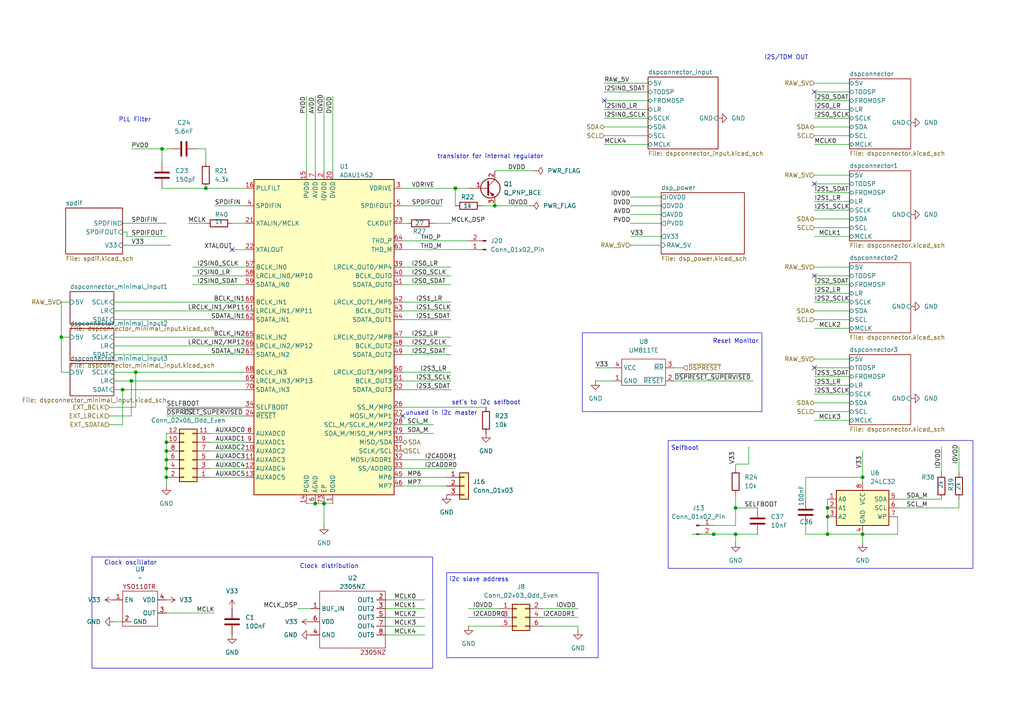
<source format=kicad_sch>
(kicad_sch (version 20231120) (generator "eeschema") (generator_version "8.0")
  (paper "A4")
  (lib_symbols
    (symbol "Connector:Conn_01x02_Pin" (pin_names (offset 1.016) hide)
      (property "Reference" "J" (at 0 2.54 0))
      (property "Value" "Conn_01x02_Pin" (at 0 -5.08 0))
      (symbol "Conn_01x02_Pin_1_1"
        (polyline (pts (xy 1.27 -2.54) (xy 0.8636 -2.54)) (stroke (width 0.1524)))
        (polyline (pts (xy 1.27 0) (xy 0.8636 0)) (stroke (width 0.1524)))
        (rectangle (start 0.8636 -2.413) (end 0 -2.667) (stroke (width 0.1524)) (fill (type outline)))
        (rectangle (start 0.8636 0.127) (end 0 -0.127) (stroke (width 0.1524)) (fill (type outline)))
        (pin passive line (at 5.08 0 180) (length 3.81) (name "Pin_1") (number "1"))
        (pin passive line (at 5.08 -2.54 180) (length 3.81) (name "Pin_2") (number "2"))
      )
    )
    (symbol "Connector_Generic:Conn_01x03" (pin_names (offset 1.016) hide)
      (property "Reference" "J" (at 0 5.08 0))
      (property "Value" "Conn_01x03" (at 0 -5.08 0))
      (symbol "Conn_01x03_1_1"
        (rectangle (start -1.27 -2.413) (end 0 -2.667) (stroke (width 0.1524)))
        (rectangle (start -1.27 0.127) (end 0 -0.127) (stroke (width 0.1524)))
        (rectangle (start -1.27 2.667) (end 0 2.413) (stroke (width 0.1524)))
        (rectangle (start -1.27 3.81) (end 1.27 -3.81) (stroke (width 0.254)) (fill (type background)))
        (pin passive line (at -5.08 2.54 0) (length 3.81) (name "Pin_1") (number "1"))
        (pin passive line (at -5.08 0 0) (length 3.81) (name "Pin_2") (number "2"))
        (pin passive line (at -5.08 -2.54 0) (length 3.81) (name "Pin_3") (number "3"))
      )
    )
    (symbol "Connector_Generic:Conn_02x03_Odd_Even" (pin_names (offset 1.016) hide)
      (property "Reference" "J" (at 1.27 5.08 0))
      (property "Value" "Conn_02x03_Odd_Even" (at 1.27 -5.08 0))
      (symbol "Conn_02x03_Odd_Even_1_1"
        (rectangle (start -1.27 -2.413) (end 0 -2.667) (stroke (width 0.1524)))
        (rectangle (start -1.27 0.127) (end 0 -0.127) (stroke (width 0.1524)))
        (rectangle (start -1.27 2.667) (end 0 2.413) (stroke (width 0.1524)))
        (rectangle (start -1.27 3.81) (end 3.81 -3.81) (stroke (width 0.254)) (fill (type background)))
        (rectangle (start 3.81 -2.413) (end 2.54 -2.667) (stroke (width 0.1524)))
        (rectangle (start 3.81 0.127) (end 2.54 -0.127) (stroke (width 0.1524)))
        (rectangle (start 3.81 2.667) (end 2.54 2.413) (stroke (width 0.1524)))
        (pin passive line (at -5.08 2.54 0) (length 3.81) (name "Pin_1") (number "1"))
        (pin passive line (at 7.62 2.54 180) (length 3.81) (name "Pin_2") (number "2"))
        (pin passive line (at -5.08 0 0) (length 3.81) (name "Pin_3") (number "3"))
        (pin passive line (at 7.62 0 180) (length 3.81) (name "Pin_4") (number "4"))
        (pin passive line (at -5.08 -2.54 0) (length 3.81) (name "Pin_5") (number "5"))
        (pin passive line (at 7.62 -2.54 180) (length 3.81) (name "Pin_6") (number "6"))
      )
    )
    (symbol "Connector_Generic:Conn_02x06_Odd_Even" (pin_names (offset 1.016) hide)
      (property "Reference" "J" (at 1.27 7.62 0))
      (property "Value" "Conn_02x06_Odd_Even" (at 1.27 -10.16 0))
      (symbol "Conn_02x06_Odd_Even_1_1"
        (rectangle (start -1.27 -7.493) (end 0 -7.747) (stroke (width 0.1524)))
        (rectangle (start -1.27 -4.953) (end 0 -5.207) (stroke (width 0.1524)))
        (rectangle (start -1.27 -2.413) (end 0 -2.667) (stroke (width 0.1524)))
        (rectangle (start -1.27 0.127) (end 0 -0.127) (stroke (width 0.1524)))
        (rectangle (start -1.27 2.667) (end 0 2.413) (stroke (width 0.1524)))
        (rectangle (start -1.27 5.207) (end 0 4.953) (stroke (width 0.1524)))
        (rectangle (start -1.27 6.35) (end 3.81 -8.89) (stroke (width 0.254)) (fill (type background)))
        (rectangle (start 3.81 -7.493) (end 2.54 -7.747) (stroke (width 0.1524)))
        (rectangle (start 3.81 -4.953) (end 2.54 -5.207) (stroke (width 0.1524)))
        (rectangle (start 3.81 -2.413) (end 2.54 -2.667) (stroke (width 0.1524)))
        (rectangle (start 3.81 0.127) (end 2.54 -0.127) (stroke (width 0.1524)))
        (rectangle (start 3.81 2.667) (end 2.54 2.413) (stroke (width 0.1524)))
        (rectangle (start 3.81 5.207) (end 2.54 4.953) (stroke (width 0.1524)))
        (pin passive line (at -5.08 5.08 0) (length 3.81) (name "Pin_1") (number "1"))
        (pin passive line (at 7.62 -5.08 180) (length 3.81) (name "Pin_10") (number "10"))
        (pin passive line (at -5.08 -7.62 0) (length 3.81) (name "Pin_11") (number "11"))
        (pin passive line (at 7.62 -7.62 180) (length 3.81) (name "Pin_12") (number "12"))
        (pin passive line (at 7.62 5.08 180) (length 3.81) (name "Pin_2") (number "2"))
        (pin passive line (at -5.08 2.54 0) (length 3.81) (name "Pin_3") (number "3"))
        (pin passive line (at 7.62 2.54 180) (length 3.81) (name "Pin_4") (number "4"))
        (pin passive line (at -5.08 0 0) (length 3.81) (name "Pin_5") (number "5"))
        (pin passive line (at 7.62 0 180) (length 3.81) (name "Pin_6") (number "6"))
        (pin passive line (at -5.08 -2.54 0) (length 3.81) (name "Pin_7") (number "7"))
        (pin passive line (at 7.62 -2.54 180) (length 3.81) (name "Pin_8") (number "8"))
        (pin passive line (at -5.08 -5.08 0) (length 3.81) (name "Pin_9") (number "9"))
      )
    )
    (symbol "DSP_AnalogDevices:ADAU1452"
      (property "Reference" "U" (at -17.78 46.99 0))
      (property "Value" "ADAU1452" (at 15.24 46.99 0))
      (symbol "ADAU1452_0_1"
        (rectangle (start -20.32 45.72) (end 20.32 -45.72) (stroke (width 0.254)) (fill (type background)))
      )
      (symbol "ADAU1452_1_1"
        (pin power_in line (at 2.54 -48.26 90) (length 2.54) (name "DGND") (number "1"))
        (pin input line (at -22.86 -33.02 0) (length 2.54) (name "AUXADC2") (number "10"))
        (pin input line (at -22.86 -35.56 0) (length 2.54) (name "AUXADC3") (number "11"))
        (pin input line (at -22.86 -38.1 0) (length 2.54) (name "AUXADC4") (number "12"))
        (pin input line (at -22.86 -40.64 0) (length 2.54) (name "AUXADC5") (number "13"))
        (pin power_in line (at -5.08 -48.26 90) (length 2.54) (name "PGND") (number "14"))
        (pin power_in line (at -5.08 48.26 270) (length 2.54) (name "PVDD") (number "15"))
        (pin passive line (at -22.86 43.18 0) (length 2.54) (name "PLLFILT") (number "16"))
        (pin passive line (at 2.54 -48.26 90) (length 2.54) hide (name "DGND") (number "17"))
        (pin passive line (at 0 48.26 270) (length 2.54) hide (name "IOVDD") (number "18"))
        (pin passive line (at 2.54 -48.26 90) (length 2.54) hide (name "DGND") (number "19"))
        (pin power_in line (at 0 48.26 270) (length 2.54) (name "IOVDD") (number "2"))
        (pin power_in line (at 2.54 48.26 270) (length 2.54) (name "DVDD") (number "20"))
        (pin input line (at -22.86 33.02 0) (length 2.54) (name "XTALIN/MCLK") (number "21"))
        (pin output line (at -22.86 25.4 0) (length 2.54) (name "XTALOUT") (number "22"))
        (pin output line (at 22.86 33.02 180) (length 2.54) (name "CLKOUT") (number "23"))
        (pin input line (at -22.86 -22.86 0) (length 2.54) (name "~{RESET}") (number "24"))
        (pin passive line (at 2.54 -48.26 90) (length 2.54) hide (name "DGND") (number "25"))
        (pin bidirectional line (at 22.86 -20.32 180) (length 2.54) (name "SS_M/MP0") (number "26"))
        (pin bidirectional line (at 22.86 -22.86 180) (length 2.54) (name "MOSI_M/MP1") (number "27"))
        (pin bidirectional line (at 22.86 -25.4 180) (length 2.54) (name "SCL_M/SCLK_M/MP2") (number "28"))
        (pin bidirectional line (at 22.86 -27.94 180) (length 2.54) (name "SDA_M/MISO_M/MP3") (number "29"))
        (pin output line (at 22.86 43.18 180) (length 2.54) (name "VDRIVE") (number "3"))
        (pin bidirectional line (at 22.86 -30.48 180) (length 2.54) (name "MISO/SDA") (number "30"))
        (pin input line (at 22.86 -33.02 180) (length 2.54) (name "SCLK/SCL") (number "31"))
        (pin input line (at 22.86 -35.56 180) (length 2.54) (name "MOSI/ADDR1") (number "32"))
        (pin input line (at 22.86 -38.1 180) (length 2.54) (name "SS/ADDR0") (number "33"))
        (pin input line (at -22.86 -20.32 0) (length 2.54) (name "SELFBOOT") (number "34"))
        (pin passive line (at 2.54 48.26 270) (length 2.54) hide (name "DVDD") (number "35"))
        (pin passive line (at 2.54 -48.26 90) (length 2.54) hide (name "DGND") (number "36"))
        (pin passive line (at 2.54 -48.26 90) (length 2.54) hide (name "DGND") (number "37"))
        (pin passive line (at 0 48.26 270) (length 2.54) hide (name "IOVDD") (number "38"))
        (pin bidirectional line (at 22.86 20.32 180) (length 2.54) (name "LRCLK_OUT0/MP4") (number "39"))
        (pin input line (at -22.86 38.1 0) (length 2.54) (name "SPDIFIN") (number "4"))
        (pin bidirectional line (at 22.86 17.78 180) (length 2.54) (name "BCLK_OUT0") (number "40"))
        (pin output line (at 22.86 15.24 180) (length 2.54) (name "SDATA_OUT0") (number "41"))
        (pin bidirectional line (at 22.86 10.16 180) (length 2.54) (name "LRCLK_OUT1/MP5") (number "42"))
        (pin bidirectional line (at 22.86 7.62 180) (length 2.54) (name "BCLK_OUT1") (number "43"))
        (pin output line (at 22.86 5.08 180) (length 2.54) (name "SDATA_OUT1") (number "44"))
        (pin bidirectional line (at 22.86 -40.64 180) (length 2.54) (name "MP6") (number "45"))
        (pin bidirectional line (at 22.86 -43.18 180) (length 2.54) (name "MP7") (number "46"))
        (pin bidirectional line (at 22.86 0 180) (length 2.54) (name "LRCLK_OUT2/MP8") (number "47"))
        (pin bidirectional line (at 22.86 -2.54 180) (length 2.54) (name "BCLK_OUT2") (number "48"))
        (pin output line (at 22.86 -5.08 180) (length 2.54) (name "SDATA_OUT2") (number "49"))
        (pin output line (at 22.86 38.1 180) (length 2.54) (name "SPDIFOUT") (number "5"))
        (pin bidirectional line (at 22.86 -10.16 180) (length 2.54) (name "LRCLK_OUT3/MP9") (number "50"))
        (pin bidirectional line (at 22.86 -12.7 180) (length 2.54) (name "BCLK_OUT3") (number "51"))
        (pin output line (at 22.86 -15.24 180) (length 2.54) (name "SDATA_OUT3") (number "52"))
        (pin passive line (at 2.54 48.26 270) (length 2.54) hide (name "DVDD") (number "53"))
        (pin passive line (at 2.54 -48.26 90) (length 2.54) hide (name "DGND") (number "54"))
        (pin passive line (at 2.54 -48.26 90) (length 2.54) hide (name "DGND") (number "55"))
        (pin passive line (at 0 48.26 270) (length 2.54) hide (name "IOVDD") (number "56"))
        (pin bidirectional line (at -22.86 20.32 0) (length 2.54) (name "BCLK_IN0") (number "57"))
        (pin bidirectional line (at -22.86 17.78 0) (length 2.54) (name "LRCLK_IN0/MP10") (number "58"))
        (pin input line (at -22.86 15.24 0) (length 2.54) (name "SDATA_IN0") (number "59"))
        (pin power_in line (at -2.54 -48.26 90) (length 2.54) (name "AGND") (number "6"))
        (pin bidirectional line (at -22.86 10.16 0) (length 2.54) (name "BCLK_IN1") (number "60"))
        (pin bidirectional line (at -22.86 7.62 0) (length 2.54) (name "LRCLK_IN1/MP11") (number "61"))
        (pin input line (at -22.86 5.08 0) (length 2.54) (name "SDATA_IN1") (number "62"))
        (pin passive line (at 22.86 25.4 180) (length 2.54) (name "THD_M") (number "63"))
        (pin passive line (at 22.86 27.94 180) (length 2.54) (name "THD_P") (number "64"))
        (pin bidirectional line (at -22.86 0 0) (length 2.54) (name "BCLK_IN2") (number "65"))
        (pin bidirectional line (at -22.86 -2.54 0) (length 2.54) (name "LRCLK_IN2/MP12") (number "66"))
        (pin input line (at -22.86 -5.08 0) (length 2.54) (name "SDATA_IN2") (number "67"))
        (pin bidirectional line (at -22.86 -10.16 0) (length 2.54) (name "BCLK_IN3") (number "68"))
        (pin bidirectional line (at -22.86 -12.7 0) (length 2.54) (name "LRCLK_IN3/MP13") (number "69"))
        (pin power_in line (at -2.54 48.26 270) (length 2.54) (name "AVDD") (number "7"))
        (pin input line (at -22.86 -15.24 0) (length 2.54) (name "SDATA_IN3") (number "70"))
        (pin passive line (at 2.54 48.26 270) (length 2.54) hide (name "DVDD") (number "71"))
        (pin passive line (at 2.54 -48.26 90) (length 2.54) hide (name "DGND") (number "72"))
        (pin power_in line (at 0 -48.26 90) (length 2.54) (name "EP") (number "73"))
        (pin input line (at -22.86 -27.94 0) (length 2.54) (name "AUXADC0") (number "8"))
        (pin input line (at -22.86 -30.48 0) (length 2.54) (name "AUXADC1") (number "9"))
      )
    )
    (symbol "Device:C" (pin_numbers hide) (pin_names (offset 0.254))
      (property "Reference" "C" (at 0.635 2.54 0))
      (property "Value" "C" (at 0.635 -2.54 0))
      (symbol "C_0_1"
        (polyline (pts (xy -2.032 -0.762) (xy 2.032 -0.762)) (stroke (width 0.508)))
        (polyline (pts (xy -2.032 0.762) (xy 2.032 0.762)) (stroke (width 0.508)))
      )
      (symbol "C_1_1"
        (pin passive line (at 0 3.81 270) (length 2.794) (name "~") (number "1"))
        (pin passive line (at 0 -3.81 90) (length 2.794) (name "~") (number "2"))
      )
    )
    (symbol "Device:Q_PNP_BCE" (pin_names (offset 0) hide)
      (property "Reference" "Q" (at 5.08 1.27 0))
      (property "Value" "Q_PNP_BCE" (at 5.08 -1.27 0))
      (symbol "Q_PNP_BCE_0_1"
        (polyline (pts (xy 0.635 0.635) (xy 2.54 2.54)))
        (polyline (pts (xy 0.635 -0.635) (xy 2.54 -2.54) (xy 2.54 -2.54)))
        (polyline (pts (xy 0.635 1.905) (xy 0.635 -1.905) (xy 0.635 -1.905)) (stroke (width 0.508)))
        (polyline (pts (xy 2.286 -1.778) (xy 1.778 -2.286) (xy 1.27 -1.27) (xy 2.286 -1.778) (xy 2.286 -1.778)) (fill (type outline)))
        (circle (center 1.27 0) (radius 2.8194) (stroke (width 0.254)))
      )
      (symbol "Q_PNP_BCE_1_1"
        (pin input line (at -5.08 0 0) (length 5.715) (name "B") (number "1"))
        (pin passive line (at 2.54 5.08 270) (length 2.54) (name "C") (number "2"))
        (pin passive line (at 2.54 -5.08 90) (length 2.54) (name "E") (number "3"))
      )
    )
    (symbol "Device:R" (pin_numbers hide) (pin_names (offset 0))
      (property "Reference" "R" (at 2.032 0 90))
      (property "Value" "R" (at 0 0 90))
      (symbol "R_0_1"
        (rectangle (start -1.016 -2.54) (end 1.016 2.54) (stroke (width 0.254)))
      )
      (symbol "R_1_1"
        (pin passive line (at 0 3.81 270) (length 1.27) (name "~") (number "1"))
        (pin passive line (at 0 -3.81 90) (length 1.27) (name "~") (number "2"))
      )
    )
    (symbol "Memory_EEPROM:24LC32"
      (property "Reference" "U" (at -6.35 6.35 0))
      (property "Value" "24LC32" (at 1.27 6.35 0))
      (symbol "24LC32_1_1"
        (rectangle (start -7.62 5.08) (end 7.62 -5.08) (stroke (width 0.254)) (fill (type background)))
        (pin input line (at -10.16 2.54 0) (length 2.54) (name "A0") (number "1"))
        (pin input line (at -10.16 0 0) (length 2.54) (name "A1") (number "2"))
        (pin input line (at -10.16 -2.54 0) (length 2.54) (name "A2") (number "3"))
        (pin power_in line (at 0 -7.62 90) (length 2.54) (name "GND") (number "4"))
        (pin bidirectional line (at 10.16 2.54 180) (length 2.54) (name "SDA") (number "5"))
        (pin input line (at 10.16 0 180) (length 2.54) (name "SCL") (number "6"))
        (pin input line (at 10.16 -2.54 180) (length 2.54) (name "WP") (number "7"))
        (pin power_in line (at 0 7.62 270) (length 2.54) (name "VCC") (number "8"))
      )
    )
    (symbol "dsp3_library:2305NZ"
      (property "Reference" "U" (at -4.318 0 0))
      (symbol "2305NZ_0_1"
        (rectangle (start -5.08 17.78) (end 13.97 1.27))
      )
      (symbol "2305NZ_1_1"
        (text "2305NZ" (at 10.414 0 0) (effects (font (size 1.27 1.27))))
        (pin input line (at -7.62 12.7 0) (length 2.54) (name "BUF_IN") (number "1"))
        (pin output line (at 13.97 15.24 180) (length 2.54) (name "OUT1") (number "2"))
        (pin output line (at 13.97 12.7 180) (length 2.54) (name "OUT2") (number "3"))
        (pin power_in line (at -7.62 5.08 0) (length 2.54) (name "GND") (number "4"))
        (pin output line (at 13.97 10.16 180) (length 2.54) (name "OUT3") (number "5"))
        (pin power_in line (at -7.62 8.89 0) (length 2.54) (name "VDD") (number "6"))
        (pin output line (at 13.97 7.62 180) (length 2.54) (name "OUT4") (number "7"))
        (pin output line (at 13.97 5.08 180) (length 2.54) (name "OUT5") (number "8"))
      )
    )
    (symbol "dsp3_parts:UM811RE"
      (property "Reference" "U" (at 0 0 0))
      (symbol "UM811RE_0_1"
        (rectangle (start -7.62 8.89) (end 5.08 1.27))
      )
      (symbol "UM811RE_1_1"
        (pin power_in line (at -10.16 2.54 0) (length 2.54) (name "GND") (number "1"))
        (pin output line (at 7.62 2.54 180) (length 2.54) (name "~{RESET}") (number "2"))
        (pin input line (at 7.62 6.35 180) (length 2.54) (name "~{MR}") (number "3"))
        (pin power_in line (at -10.16 6.35 0) (length 2.54) (name "VCC") (number "4"))
      )
    )
    (symbol "dsp3_parts:YSO110TR"
      (property "Reference" "U" (at 0 0 0))
      (symbol "YSO110TR_0_1"
        (rectangle (start -5.08 11.43) (end 5.08 1.27))
      )
      (symbol "YSO110TR_1_1"
        (text "YSO110TR" (at -0.254 12.7 0) (effects (font (size 1.27 1.27))))
        (pin input line (at -7.62 8.89 0) (length 2.54) (name "EN") (number "1"))
        (pin power_in line (at -5.08 2.54 0) (length 2.54) (name "GND") (number "2"))
        (pin output line (at 7.62 5.08 180) (length 2.54) (name "OUT") (number "3"))
        (pin power_in line (at 7.62 8.89 180) (length 2.54) (name "VDD") (number "4"))
      )
    )
    (symbol "power:+3V3" (power) (pin_numbers hide) (pin_names (offset 0) hide)
      (property "Value" "+3V3" (at 0 3.556 0))
      (symbol "+3V3_0_1"
        (polyline (pts (xy -0.762 1.27) (xy 0 2.54)))
        (polyline (pts (xy 0 0) (xy 0 2.54)))
        (polyline (pts (xy 0 2.54) (xy 0.762 1.27)))
      )
      (symbol "+3V3_1_1"
        (pin power_in line (at 0 0 90) (length 0) (name "~") (number "1"))
      )
    )
    (symbol "power:GND" (power) (pin_numbers hide) (pin_names (offset 0) hide)
      (property "Value" "GND" (at 0 -3.81 0))
      (symbol "GND_0_1"
        (polyline (pts (xy 0 0) (xy 0 -1.27) (xy 1.27 -1.27) (xy 0 -2.54) (xy -1.27 -1.27) (xy 0 -1.27)))
      )
      (symbol "GND_1_1"
        (pin power_in line (at 0 0 270) (length 0) (name "~") (number "1"))
      )
    )
    (symbol "power:PWR_FLAG" (power) (pin_numbers hide) (pin_names (offset 0) hide)
      (property "Value" "PWR_FLAG" (at 0 3.81 0))
      (symbol "PWR_FLAG_0_0"
        (pin power_out line (at 0 0 90) (length 0) (name "~") (number "1"))
      )
      (symbol "PWR_FLAG_0_1"
        (polyline (pts (xy 0 0) (xy 0 1.27) (xy -1.016 1.905) (xy 0 2.54) (xy 1.016 1.905) (xy 0 1.27)))
      )
    )
  )
  (junction (at 143.51 59.69))
  (junction (at 48.26 138.43))
  (junction (at 240.03 147.32))
  (junction (at 91.44 146.05))
  (junction (at 38.1 110.49))
  (junction (at 213.36 147.32))
  (junction (at 17.78 97.79))
  (junction (at 46.99 43.18))
  (junction (at 240.03 154.94))
  (junction (at 59.69 54.61))
  (junction (at 35.56 113.03))
  (junction (at 48.26 130.81))
  (junction (at 213.36 154.94))
  (junction (at 132.08 54.61))
  (junction (at 39.37 107.95))
  (junction (at 48.26 135.89))
  (junction (at 250.19 154.94))
  (junction (at 93.98 146.05))
  (junction (at 48.26 133.35))
  (junction (at 240.03 149.86))
  (junction (at 48.26 128.27))
  (junction (at 207.01 154.94))
  (junction (at 250.19 138.43))
  (no_connect (at 116.84 120.65))
  (no_connect (at 236.22 53.34))
  (no_connect (at 236.22 106.68))
  (no_connect (at 236.22 80.01))
  (no_connect (at 175.26 29.21))
  (no_connect (at 67.31 72.39))
  (no_connect (at 236.22 26.67))
  (wire (pts (xy 240.03 149.86) (xy 240.03 154.94)))
  (wire (pts (xy 60.96 125.73) (xy 71.12 125.73)))
  (wire (pts (xy 91.44 27.94) (xy 91.44 49.53)))
  (wire (pts (xy 48.26 130.81) (xy 48.26 133.35)))
  (wire (pts (xy 236.22 55.88) (xy 246.38 55.88)))
  (wire (pts (xy 236.22 111.76) (xy 246.38 111.76)))
  (wire (pts (xy 236.22 41.91) (xy 246.38 41.91)))
  (wire (pts (xy 48.26 133.35) (xy 48.26 135.89)))
  (wire (pts (xy 33.02 102.87) (xy 71.12 102.87)))
  (wire (pts (xy 157.48 179.07) (xy 167.64 179.07)))
  (wire (pts (xy 20.32 87.63) (xy 17.78 87.63)))
  (wire (pts (xy 233.68 152.4) (xy 233.68 154.94)))
  (wire (pts (xy 246.38 68.58) (xy 236.22 68.58)))
  (wire (pts (xy 182.88 59.69) (xy 191.77 59.69)))
  (wire (pts (xy 48.26 138.43) (xy 48.26 140.97)))
  (wire (pts (xy 167.64 181.61) (xy 167.64 182.88)))
  (wire (pts (xy 35.56 71.12) (xy 49.53 71.12)))
  (wire (pts (xy 250.19 130.81) (xy 250.19 138.43)))
  (wire (pts (xy 17.78 97.79) (xy 20.32 97.79)))
  (wire (pts (xy 213.36 147.32) (xy 213.36 143.51)))
  (wire (pts (xy 35.56 113.03) (xy 71.12 113.03)))
  (wire (pts (xy 116.84 135.89) (xy 132.08 135.89)))
  (wire (pts (xy 38.1 43.18) (xy 46.99 43.18)))
  (wire (pts (xy 143.51 49.53) (xy 154.94 49.53)))
  (wire (pts (xy 207.01 152.4) (xy 213.36 152.4)))
  (wire (pts (xy 116.84 72.39) (xy 135.89 72.39)))
  (wire (pts (xy 116.84 118.11) (xy 140.97 118.11)))
  (wire (pts (xy 236.22 58.42) (xy 246.38 58.42)))
  (wire (pts (xy 195.58 110.49) (xy 218.44 110.49)))
  (wire (pts (xy 187.96 26.67) (xy 175.26 26.67)))
  (wire (pts (xy 195.58 106.68) (xy 198.12 106.68)))
  (wire (pts (xy 246.38 90.17) (xy 236.22 90.17)))
  (wire (pts (xy 246.38 106.68) (xy 236.22 106.68)))
  (wire (pts (xy 116.84 69.85) (xy 135.89 69.85)))
  (wire (pts (xy 31.75 120.65) (xy 38.1 120.65)))
  (wire (pts (xy 246.38 63.5) (xy 236.22 63.5)))
  (wire (pts (xy 273.05 129.54) (xy 273.05 137.16)))
  (wire (pts (xy 177.8 106.68) (xy 172.72 106.68)))
  (wire (pts (xy 236.22 31.75) (xy 246.38 31.75)))
  (wire (pts (xy 116.84 64.77) (xy 118.11 64.77)))
  (wire (pts (xy 35.56 67.31) (xy 36.83 67.31)))
  (wire (pts (xy 213.36 134.62) (xy 217.17 134.62)))
  (wire (pts (xy 116.84 77.47) (xy 130.81 77.47)))
  (wire (pts (xy 250.19 157.48) (xy 250.19 154.94)))
  (wire (pts (xy 182.88 57.15) (xy 191.77 57.15)))
  (wire (pts (xy 116.84 97.79) (xy 130.81 97.79)))
  (wire (pts (xy 157.48 181.61) (xy 167.64 181.61)))
  (wire (pts (xy 116.84 80.01) (xy 130.81 80.01)))
  (wire (pts (xy 54.61 64.77) (xy 59.69 64.77)))
  (wire (pts (xy 236.22 29.21) (xy 246.38 29.21)))
  (wire (pts (xy 59.69 54.61) (xy 71.12 54.61)))
  (wire (pts (xy 187.96 39.37) (xy 175.26 39.37)))
  (wire (pts (xy 132.08 54.61) (xy 132.08 59.69)))
  (wire (pts (xy 71.12 77.47) (xy 55.88 77.47)))
  (wire (pts (xy 116.84 92.71) (xy 130.81 92.71)))
  (wire (pts (xy 39.37 107.95) (xy 71.12 107.95)))
  (wire (pts (xy 144.78 176.53) (xy 135.89 176.53)))
  (wire (pts (xy 144.78 181.61) (xy 135.89 181.61)))
  (wire (pts (xy 17.78 87.63) (xy 17.78 97.79)))
  (wire (pts (xy 260.35 154.94) (xy 250.19 154.94)))
  (wire (pts (xy 240.03 144.78) (xy 240.03 147.32)))
  (wire (pts (xy 246.38 66.04) (xy 236.22 66.04)))
  (wire (pts (xy 116.84 110.49) (xy 130.81 110.49)))
  (wire (pts (xy 157.48 176.53) (xy 167.64 176.53)))
  (wire (pts (xy 33.02 92.71) (xy 71.12 92.71)))
  (wire (pts (xy 246.38 95.25) (xy 236.22 95.25)))
  (wire (pts (xy 187.96 34.29) (xy 175.26 34.29)))
  (wire (pts (xy 175.26 24.13) (xy 187.96 24.13)))
  (wire (pts (xy 59.69 46.99) (xy 59.69 43.18)))
  (wire (pts (xy 260.35 149.86) (xy 260.35 154.94)))
  (wire (pts (xy 116.84 113.03) (xy 130.81 113.03)))
  (wire (pts (xy 246.38 53.34) (xy 236.22 53.34)))
  (wire (pts (xy 17.78 97.79) (xy 17.78 107.95)))
  (wire (pts (xy 246.38 36.83) (xy 236.22 36.83)))
  (wire (pts (xy 278.13 147.32) (xy 278.13 144.78)))
  (wire (pts (xy 88.9 27.94) (xy 88.9 49.53)))
  (wire (pts (xy 60.96 135.89) (xy 71.12 135.89)))
  (wire (pts (xy 33.02 100.33) (xy 71.12 100.33)))
  (wire (pts (xy 31.75 123.19) (xy 35.56 123.19)))
  (wire (pts (xy 48.26 118.11) (xy 71.12 118.11)))
  (wire (pts (xy 246.38 26.67) (xy 236.22 26.67)))
  (wire (pts (xy 236.22 85.09) (xy 246.38 85.09)))
  (wire (pts (xy 116.84 82.55) (xy 130.81 82.55)))
  (wire (pts (xy 116.84 90.17) (xy 130.81 90.17)))
  (wire (pts (xy 236.22 82.55) (xy 246.38 82.55)))
  (wire (pts (xy 35.56 64.77) (xy 48.26 64.77)))
  (wire (pts (xy 33.02 107.95) (xy 39.37 107.95)))
  (wire (pts (xy 38.1 110.49) (xy 38.1 120.65)))
  (wire (pts (xy 240.03 147.32) (xy 240.03 149.86)))
  (wire (pts (xy 116.84 59.69) (xy 128.27 59.69)))
  (wire (pts (xy 246.38 77.47) (xy 236.22 77.47)))
  (wire (pts (xy 200.66 154.94) (xy 207.01 154.94)))
  (wire (pts (xy 33.02 180.34) (xy 35.56 180.34)))
  (wire (pts (xy 246.38 50.8) (xy 236.22 50.8)))
  (wire (pts (xy 246.38 92.71) (xy 236.22 92.71)))
  (wire (pts (xy 236.22 34.29) (xy 246.38 34.29)))
  (wire (pts (xy 71.12 82.55) (xy 55.88 82.55)))
  (wire (pts (xy 86.36 176.53) (xy 90.17 176.53)))
  (wire (pts (xy 35.56 113.03) (xy 35.56 123.19)))
  (wire (pts (xy 246.38 116.84) (xy 236.22 116.84)))
  (wire (pts (xy 236.22 114.3) (xy 246.38 114.3)))
  (wire (pts (xy 213.36 134.62) (xy 213.36 135.89)))
  (wire (pts (xy 187.96 36.83) (xy 175.26 36.83)))
  (wire (pts (xy 36.83 67.31) (xy 36.83 68.58)))
  (wire (pts (xy 93.98 27.94) (xy 93.98 49.53)))
  (wire (pts (xy 60.96 130.81) (xy 71.12 130.81)))
  (wire (pts (xy 233.68 138.43) (xy 250.19 138.43)))
  (wire (pts (xy 143.51 59.69) (xy 153.67 59.69)))
  (wire (pts (xy 213.36 147.32) (xy 219.71 147.32)))
  (wire (pts (xy 246.38 121.92) (xy 236.22 121.92)))
  (wire (pts (xy 246.38 119.38) (xy 236.22 119.38)))
  (wire (pts (xy 187.96 31.75) (xy 175.26 31.75)))
  (wire (pts (xy 48.26 125.73) (xy 48.26 128.27)))
  (wire (pts (xy 33.02 90.17) (xy 71.12 90.17)))
  (wire (pts (xy 111.76 184.15) (xy 123.19 184.15)))
  (wire (pts (xy 116.84 138.43) (xy 129.54 138.43)))
  (wire (pts (xy 177.8 110.49) (xy 172.72 110.49)))
  (wire (pts (xy 57.15 43.18) (xy 59.69 43.18)))
  (wire (pts (xy 38.1 110.49) (xy 33.02 110.49)))
  (wire (pts (xy 60.96 133.35) (xy 71.12 133.35)))
  (wire (pts (xy 182.88 68.58) (xy 191.77 68.58)))
  (wire (pts (xy 60.96 138.43) (xy 71.12 138.43)))
  (wire (pts (xy 33.02 97.79) (xy 71.12 97.79)))
  (wire (pts (xy 116.84 133.35) (xy 132.08 133.35)))
  (wire (pts (xy 116.84 102.87) (xy 130.81 102.87)))
  (wire (pts (xy 88.9 146.05) (xy 91.44 146.05)))
  (wire (pts (xy 48.26 135.89) (xy 48.26 138.43)))
  (wire (pts (xy 132.08 54.61) (xy 135.89 54.61)))
  (wire (pts (xy 116.84 140.97) (xy 129.54 140.97)))
  (wire (pts (xy 250.19 154.94) (xy 240.03 154.94)))
  (wire (pts (xy 139.7 59.69) (xy 143.51 59.69)))
  (wire (pts (xy 125.73 64.77) (xy 130.81 64.77)))
  (wire (pts (xy 240.03 154.94) (xy 233.68 154.94)))
  (wire (pts (xy 71.12 80.01) (xy 55.88 80.01)))
  (wire (pts (xy 111.76 181.61) (xy 123.19 181.61)))
  (wire (pts (xy 246.38 39.37) (xy 236.22 39.37)))
  (wire (pts (xy 116.84 125.73) (xy 125.73 125.73)))
  (wire (pts (xy 116.84 54.61) (xy 132.08 54.61)))
  (wire (pts (xy 213.36 154.94) (xy 213.36 157.48)))
  (wire (pts (xy 60.96 128.27) (xy 71.12 128.27)))
  (wire (pts (xy 93.98 146.05) (xy 96.52 146.05)))
  (wire (pts (xy 46.99 54.61) (xy 59.69 54.61)))
  (wire (pts (xy 48.26 128.27) (xy 48.26 130.81)))
  (wire (pts (xy 38.1 110.49) (xy 71.12 110.49)))
  (wire (pts (xy 233.68 144.78) (xy 233.68 138.43)))
  (wire (pts (xy 111.76 173.99) (xy 123.19 173.99)))
  (wire (pts (xy 93.98 146.05) (xy 93.98 152.4)))
  (wire (pts (xy 67.31 72.39) (xy 71.12 72.39)))
  (wire (pts (xy 67.31 64.77) (xy 71.12 64.77)))
  (wire (pts (xy 116.84 87.63) (xy 130.81 87.63)))
  (wire (pts (xy 144.78 179.07) (xy 135.89 179.07)))
  (wire (pts (xy 91.44 146.05) (xy 93.98 146.05)))
  (wire (pts (xy 39.37 107.95) (xy 39.37 118.11)))
  (wire (pts (xy 33.02 87.63) (xy 71.12 87.63)))
  (wire (pts (xy 246.38 104.14) (xy 236.22 104.14)))
  (wire (pts (xy 260.35 147.32) (xy 278.13 147.32)))
  (wire (pts (xy 96.52 27.94) (xy 96.52 49.53)))
  (wire (pts (xy 182.88 64.77) (xy 191.77 64.77)))
  (wire (pts (xy 46.99 43.18) (xy 46.99 46.99)))
  (wire (pts (xy 48.26 120.65) (xy 71.12 120.65)))
  (wire (pts (xy 260.35 144.78) (xy 273.05 144.78)))
  (wire (pts (xy 49.53 43.18) (xy 46.99 43.18)))
  (wire (pts (xy 48.26 177.8) (xy 62.23 177.8)))
  (wire (pts (xy 236.22 109.22) (xy 246.38 109.22)))
  (wire (pts (xy 187.96 41.91) (xy 175.26 41.91)))
  (wire (pts (xy 36.83 68.58) (xy 48.26 68.58)))
  (wire (pts (xy 116.84 100.33) (xy 130.81 100.33)))
  (wire (pts (xy 246.38 24.13) (xy 236.22 24.13)))
  (wire (pts (xy 116.84 123.19) (xy 125.73 123.19)))
  (wire (pts (xy 111.76 176.53) (xy 123.19 176.53)))
  (wire (pts (xy 246.38 80.01) (xy 236.22 80.01)))
  (wire (pts (xy 31.75 118.11) (xy 39.37 118.11)))
  (wire (pts (xy 62.23 59.69) (xy 71.12 59.69)))
  (wire (pts (xy 33.02 113.03) (xy 35.56 113.03)))
  (wire (pts (xy 213.36 152.4) (xy 213.36 147.32)))
  (wire (pts (xy 213.36 154.94) (xy 219.71 154.94)))
  (wire (pts (xy 250.19 138.43) (xy 250.19 139.7)))
  (wire (pts (xy 111.76 179.07) (xy 123.19 179.07)))
  (wire (pts (xy 182.88 71.12) (xy 191.77 71.12)))
  (wire (pts (xy 116.84 107.95) (xy 130.81 107.95)))
  (wire (pts (xy 236.22 60.96) (xy 246.38 60.96)))
  (wire (pts (xy 17.78 107.95) (xy 20.32 107.95)))
  (wire (pts (xy 217.17 134.62) (xy 217.17 129.54)))
  (wire (pts (xy 236.22 87.63) (xy 246.38 87.63)))
  (wire (pts (xy 182.88 62.23) (xy 191.77 62.23)))
  (wire (pts (xy 187.96 29.21) (xy 175.26 29.21)))
  (wire (pts (xy 278.13 129.54) (xy 278.13 137.16)))
  (wire (pts (xy 207.01 154.94) (xy 213.36 154.94)))
  (rectangle (start 168.91 96.52) (end 220.98 119.38))
  (rectangle (start 193.802 127.762) (end 282.194 164.846))
  (rectangle (start 26.67 161.544) (end 125.476 193.802))
  (rectangle (start 129.54 166.116) (end 173.482 190.754))
  (text "PLL Filter" (at 39.116 34.798 0) (effects (font (size 1.27 1.27))))
  (text "set's to i2c selfboot" (at 140.97 116.84 0) (effects (font (size 1.27 1.27))))
  (text "Clock oscillator" (at 37.846 163.322 0) (effects (font (size 1.27 1.27))))
  (text "I2S/TDM OUT" (at 228.092 16.764 0) (effects (font (size 1.27 1.27))))
  (text "unused in i2c master" (at 128.016 119.888 0) (effects (font (size 1.27 1.27))))
  (text "Reset Monitor" (at 213.36 99.06 0) (effects (font (size 1.27 1.27))))
  (text "transistor for internal regulator\n" (at 142.24 45.466 0) (effects (font (size 1.27 1.27))))
  (text "Selfboot" (at 198.628 130.048 0) (effects (font (size 1.27 1.27))))
  (text "Clock distribution" (at 95.504 164.338 0) (effects (font (size 1.27 1.27))))
  (text "i2c slave address" (at 138.938 168.148 0) (effects (font (size 1.27 1.27))))
  (label "~{DSPRESET_SUPERVISED}" (at 195.58 110.49 0))
  (label "AUXADC0" (at 71.12 125.73 180))
  (label "I2SIN0_SDAT" (at 175.26 26.67 0))
  (label "SPDIFOUT" (at 119.38 59.69 0))
  (label "I2S3_SCLK" (at 236.22 114.3 0))
  (label "SPDIFOUT" (at 38.1 68.58 0))
  (label "I2CADDR1" (at 123.19 133.35 0))
  (label "BCLK_IN2" (at 71.12 97.79 180))
  (label "MCLK1" (at 237.49 68.58 0))
  (label "SCL_M" (at 118.11 123.19 0))
  (label "IOVDD" (at 273.05 135.89 90))
  (label "IOVDD" (at 161.29 176.53 0))
  (label "I2S0_SDAT" (at 236.22 29.21 0))
  (label "MCLK2" (at 114.3 179.07 0))
  (label "I2S3_SDAT" (at 120.65 113.03 0))
  (label "PVDD" (at 182.88 64.77 180))
  (label "PVDD" (at 38.1 43.18 0))
  (label "I2SIN0_LR" (at 175.26 31.75 0))
  (label "I2S0_LR" (at 119.38 77.47 0))
  (label "V33" (at 172.72 106.68 0))
  (label "I2S3_SDAT" (at 236.22 109.22 0))
  (label "BCLK_IN1" (at 71.12 87.63 180))
  (label "THD_M" (at 121.92 72.39 0))
  (label "IOVDD" (at 182.88 57.15 180))
  (label "I2S1_LR" (at 236.22 58.42 0))
  (label "SDATA_IN1" (at 71.12 92.71 180))
  (label "I2S2_SDAT" (at 119.38 102.87 0))
  (label "I2S1_LR" (at 120.65 87.63 0))
  (label "I2SIN0_SCLK" (at 175.26 34.29 0))
  (label "MCLK_DSP" (at 130.81 64.77 0))
  (label "AUXADC3" (at 71.12 133.35 180))
  (label "DVDD" (at 182.88 59.69 180))
  (label "MCLK4" (at 114.3 184.15 0))
  (label "AUXADC4" (at 71.12 135.89 180))
  (label "I2SIN0_SCLK" (at 57.15 77.47 0))
  (label "I2S2_SCLK" (at 236.22 87.63 0))
  (label "AUXADC1" (at 71.12 128.27 180))
  (label "MP6" (at 118.11 138.43 0))
  (label "I2S1_SCLK" (at 236.22 60.96 0))
  (label "I2S3_LR" (at 121.92 107.95 0))
  (label "I2CADDR0" (at 137.16 179.07 0))
  (label "RAW_5V" (at 175.26 24.13 0))
  (label "AVDD" (at 91.44 33.02 90))
  (label "I2S0_SCLK" (at 236.22 34.29 0))
  (label "I2S1_SDAT" (at 236.22 55.88 0))
  (label "I2S0_SCLK" (at 119.38 80.01 0))
  (label "I2S2_SCLK" (at 119.38 100.33 0))
  (label "I2SIN0_SDAT" (at 57.15 82.55 0))
  (label "I2SIN0_LR" (at 57.15 80.01 0))
  (label "I2CADDR1" (at 157.48 179.07 0))
  (label "SDA_M" (at 118.11 125.73 0))
  (label "MCLK_DSP" (at 86.36 176.53 180))
  (label "V33" (at 182.88 68.58 0))
  (label "MCLK2" (at 237.49 95.25 0))
  (label "MCLK" (at 62.23 177.8 180))
  (label "LRCLK_IN1/MP11" (at 71.12 90.17 180))
  (label "SELFBOOT" (at 215.9 147.32 0))
  (label "MCLK3" (at 114.3 181.61 0))
  (label "XTALOUT" (at 67.31 72.39 180))
  (label "MCLK0" (at 114.3 173.99 0))
  (label "AUXADC2" (at 71.12 130.81 180))
  (label "I2S3_SCLK" (at 120.65 110.49 0))
  (label "SDATA_IN2" (at 71.12 102.87 180))
  (label "IOVDD" (at 137.16 176.53 0))
  (label "SDA_M" (at 262.89 144.78 0))
  (label "MCLK0" (at 236.22 41.91 0))
  (label "MCLK4" (at 175.26 41.91 0))
  (label "I2S1_SCLK" (at 120.65 90.17 0))
  (label "AUXADC5" (at 71.12 138.43 180))
  (label "MCLK" (at 54.61 64.77 0))
  (label "I2S0_LR" (at 236.22 31.75 0))
  (label "I2S1_SDAT" (at 120.65 92.71 0))
  (label "VDRIVE" (at 119.38 54.61 0))
  (label "MP7" (at 118.11 140.97 0))
  (label "DVDD" (at 96.52 33.02 90))
  (label "SELFBOOT" (at 48.26 118.11 0))
  (label "I2S3_LR" (at 236.22 111.76 0))
  (label "V33" (at 38.1 71.12 0))
  (label "SPDIFIN" (at 69.85 59.69 180))
  (label "I2S2_LR" (at 119.38 97.79 0))
  (label "LRCLK_IN2/MP12" (at 71.12 100.33 180))
  (label "I2S0_SDAT" (at 119.38 82.55 0))
  (label "PVDD" (at 88.9 33.02 90))
  (label "SCL_M" (at 262.89 147.32 0))
  (label "MCLK1" (at 114.3 176.53 0))
  (label "AVDD" (at 182.88 62.23 180))
  (label "I2S2_SDAT" (at 236.22 82.55 0))
  (label "V33" (at 213.36 134.62 90))
  (label "MCLK3" (at 237.49 121.92 0))
  (label "I2S2_LR" (at 236.22 85.09 0))
  (label "~{DSPRESET_SUPERVISED}" (at 48.26 120.65 0))
  (label "IOVDD" (at 147.32 59.69 0))
  (label "IOVDD" (at 278.13 134.62 90))
  (label "I2CADDR0" (at 123.19 135.89 0))
  (label "V33" (at 250.19 135.89 90))
  (label "IOVDD" (at 93.98 33.02 90))
  (label "DVDD" (at 147.32 49.53 0))
  (label "SPDIFIN" (at 38.1 64.77 0))
  (label "THD_P" (at 121.92 69.85 0))
  (hierarchical_label "SDA" (shape bidirectional) (at 236.22 36.83 180))
  (hierarchical_label "SCL" (shape input) (at 236.22 92.71 180))
  (hierarchical_label "SDA" (shape bidirectional) (at 236.22 116.84 180))
  (hierarchical_label "RAW_5V" (shape input) (at 236.22 77.47 180))
  (hierarchical_label "SDA" (shape bidirectional) (at 175.26 36.83 180))
  (hierarchical_label "SCL" (shape input) (at 236.22 66.04 180))
  (hierarchical_label "SDA" (shape bidirectional) (at 236.22 63.5 180))
  (hierarchical_label "EXT_BCLK" (shape input) (at 31.75 118.11 180))
  (hierarchical_label "SCL" (shape input) (at 116.84 130.81 0))
  (hierarchical_label "SDA" (shape bidirectional) (at 236.22 90.17 180))
  (hierarchical_label "SCL" (shape input) (at 236.22 119.38 180))
  (hierarchical_label "EXT_SDATA" (shape input) (at 31.75 123.19 180))
  (hierarchical_label "RAW_5V" (shape input) (at 236.22 24.13 180))
  (hierarchical_label "SCL" (shape input) (at 175.26 39.37 180))
  (hierarchical_label "SCL" (shape input) (at 236.22 39.37 180))
  (hierarchical_label "RAW_5V" (shape input) (at 236.22 104.14 180))
  (hierarchical_label "RAW_5V" (shape input) (at 236.22 50.8 180))
  (hierarchical_label "~{DSPRESET}" (shape input) (at 198.12 106.68 0))
  (hierarchical_label "RAW_5V" (shape input) (at 182.88 71.12 180))
  (hierarchical_label "SDA" (shape bidirectional) (at 116.84 128.27 0))
  (hierarchical_label "EXT_LRCLK" (shape input) (at 31.75 120.65 180))
  (hierarchical_label "RAW_5V" (shape input) (at 17.78 87.63 180))
  (symbol (lib_id "power:PWR_FLAG") (at 153.67 59.69 270) (unit 1)
    (property "Reference" "#FLG07" (effects (hide yes)))
    (property "Value" "PWR_FLAG" (at 157.48 59.6899 90) (effects (justify left)))
    (property "Description" "Special symbol for telling ERC where power comes from" (effects (hide yes)))
  )
  (symbol (lib_id "Device:R") (at 213.36 139.7 0) (unit 1)
    (property "Reference" "R24" (at 215.9 138.4299 0) (effects (justify left)))
    (property "Value" "10k" (at 215.9 140.9699 0) (effects (justify left)))
    (property "Footprint" "Resistor_SMD:R_0603_1608Metric" (effects (hide yes)))
    (property "Description" "Resistor" (effects (hide yes)))
  )
  (symbol (lib_id "power:GND") (at 135.89 181.61 0) (unit 1)
    (property "Reference" "#PWR021" (effects (hide yes)))
    (property "Value" "GND" (at 135.89 186.69 0))
    (property "Description" "Power symbol creates a global label with name \"GND\" , ground" (effects (hide yes)))
  )
  (symbol (lib_id "Device:C") (at 233.68 148.59 0) (unit 1)
    (property "Reference" "C36" (at 231.902 151.384 0) (effects (justify left)))
    (property "Value" "100nF" (at 232.41 146.812 90) (effects (justify left)))
    (property "Footprint" "Capacitor_SMD:C_0603_1608Metric" (effects (hide yes)))
    (property "Description" "Unpolarized capacitor" (effects (hide yes)))
  )
  (symbol (lib_id "Device:R") (at 140.97 121.92 180) (unit 1)
    (property "Reference" "R23" (at 143.51 120.6499 0) (effects (justify right)))
    (property "Value" "10k" (at 143.51 123.1899 0) (effects (justify right)))
    (property "Footprint" "Resistor_SMD:R_0603_1608Metric" (effects (hide yes)))
    (property "Description" "Resistor" (effects (hide yes)))
  )
  (symbol (lib_id "Device:Q_PNP_BCE") (at 140.97 54.61 0) (unit 1)
    (property "Reference" "Q1" (at 146.05 53.3399 0) (effects (justify left)))
    (property "Value" "Q_PNP_BCE" (at 146.05 55.8799 0) (effects (justify left)))
    (property "Footprint" "Package_TO_SOT_SMD:SOT-223-3_TabPin2" (effects (hide yes)))
    (property "Description" "PNP transistor, base/collector/emitter" (effects (hide yes)))
  )
  (symbol (lib_id "Device:C") (at 219.71 151.13 0) (unit 1)
    (property "Reference" "C37" (at 223.52 149.8599 0) (effects (justify left)))
    (property "Value" "10nF" (at 223.52 152.3999 0) (effects (justify left)))
    (property "Footprint" "Capacitor_SMD:C_0603_1608Metric" (effects (hide yes)))
    (property "Description" "Unpolarized capacitor" (effects (hide yes)))
  )
  (symbol (lib_id "power:GND") (at 264.16 35.56 90) (unit 1)
    (property "Reference" "#PWR02" (effects (hide yes)))
    (property "Value" "GND" (at 267.97 35.5599 90) (effects (justify right)))
    (property "Description" "Power symbol creates a global label with name \"GND\" , ground" (effects (hide yes)))
  )
  (symbol (lib_id "power:GND") (at 264.16 88.9 90) (unit 1)
    (property "Reference" "#PWR08" (effects (hide yes)))
    (property "Value" "GND" (at 267.97 88.8999 90) (effects (justify right)))
    (property "Description" "Power symbol creates a global label with name \"GND\" , ground" (effects (hide yes)))
  )
  (symbol (lib_id "power:GND") (at 90.17 184.15 270) (unit 1)
    (property "Reference" "#PWR04" (effects (hide yes)))
    (property "Value" "GND" (at 86.36 184.1499 90) (effects (justify right)))
    (property "Description" "Power symbol creates a global label with name \"GND\" , ground" (effects (hide yes)))
  )
  (symbol (lib_id "dsp3_parts:YSO110TR") (at 40.64 182.88 0) (unit 1)
    (property "Reference" "U9" (at 40.6237 165.1 0))
    (property "Value" "~" (at 40.6237 167.64 0))
    (property "Footprint" "dsp3_footprints:YSO110TR_SMD3225" (effects (hide yes)))
  )
  (symbol (lib_id "power:GND") (at 33.02 180.34 270) (unit 1)
    (property "Reference" "#PWR033" (effects (hide yes)))
    (property "Value" "GND" (at 29.21 180.3399 90) (effects (justify right)))
    (property "Description" "Power symbol creates a global label with name \"GND\" , ground" (effects (hide yes)))
  )
  (symbol (lib_id "power:+3V3") (at 48.26 173.99 270) (unit 1)
    (property "Reference" "#PWR032" (effects (hide yes)))
    (property "Value" "V33" (at 52.07 173.9899 90) (effects (justify left)))
    (property "Description" "Power symbol creates a global label with name \"+3V3\"" (effects (hide yes)))
  )
  (symbol (lib_id "Memory_EEPROM:24LC32") (at 250.19 147.32 0) (unit 1)
    (property "Reference" "U6" (at 252.3841 137.16 0) (effects (justify left)))
    (property "Value" "24LC32" (at 252.3841 139.7 0) (effects (justify left)))
    (property "Footprint" "Package_SO:SOIC-8_5.23x5.23mm_P1.27mm" (effects (hide yes)))
    (property "Datasheet" "http://ww1.microchip.com/downloads/en/DeviceDoc/21072G.pdf" (effects (hide yes)))
    (property "Description" "I2C Serial EEPROM, 32Kb, DIP-8/SOIC-8/TSSOP-8/DFN-8" (effects (hide yes)))
  )
  (symbol (lib_id "power:+3V3") (at 67.31 176.53 0) (unit 1)
    (property "Reference" "#PWR034" (effects (hide yes)))
    (property "Value" "V33" (at 67.31 171.45 0))
    (property "Description" "Power symbol creates a global label with name \"+3V3\"" (effects (hide yes)))
  )
  (symbol (lib_id "power:GND") (at 264.16 62.23 90) (unit 1)
    (property "Reference" "#PWR06" (effects (hide yes)))
    (property "Value" "GND" (at 267.97 62.2299 90) (effects (justify right)))
    (property "Description" "Power symbol creates a global label with name \"GND\" , ground" (effects (hide yes)))
  )
  (symbol (lib_id "Device:R") (at 273.05 140.97 0) (unit 1)
    (property "Reference" "R38" (at 267.208 138.43 0) (effects (justify left)))
    (property "Value" "2k" (at 272.796 141.732 90) (effects (justify left)))
    (property "Footprint" "Resistor_SMD:R_0603_1608Metric" (effects (hide yes)))
    (property "Description" "Resistor" (effects (hide yes)))
  )
  (symbol (lib_id "Device:C") (at 53.34 43.18 90) (unit 1)
    (property "Reference" "C24" (at 53.34 35.56 90))
    (property "Value" "5.6nF" (at 53.34 38.1 90))
    (property "Footprint" "Capacitor_SMD:C_0603_1608Metric" (effects (hide yes)))
    (property "Description" "Unpolarized capacitor" (effects (hide yes)))
  )
  (symbol (lib_id "power:PWR_FLAG") (at 154.94 49.53 270) (unit 1)
    (property "Reference" "#FLG08" (effects (hide yes)))
    (property "Value" "PWR_FLAG" (at 158.75 49.5299 90) (effects (justify left)))
    (property "Description" "Special symbol for telling ERC where power comes from" (effects (hide yes)))
  )
  (symbol (lib_id "Device:R") (at 278.13 140.97 0) (unit 1)
    (property "Reference" "R39" (at 275.844 142.494 90) (effects (justify left)))
    (property "Value" "2k" (at 277.876 142.24 90) (effects (justify left)))
    (property "Footprint" "Resistor_SMD:R_0603_1608Metric" (effects (hide yes)))
    (property "Description" "Resistor" (effects (hide yes)))
  )
  (symbol (lib_id "power:GND") (at 48.26 140.97 0) (unit 1)
    (property "Reference" "#PWR026" (effects (hide yes)))
    (property "Value" "GND" (at 48.26 146.05 0))
    (property "Description" "Power symbol creates a global label with name \"GND\" , ground" (effects (hide yes)))
  )
  (symbol (lib_id "power:GND") (at 140.97 125.73 0) (unit 1)
    (property "Reference" "#PWR028" (effects (hide yes)))
    (property "Value" "GND" (at 140.97 130.81 0))
    (property "Description" "Power symbol creates a global label with name \"GND\" , ground" (effects (hide yes)))
  )
  (symbol (lib_id "power:GND") (at 264.16 115.57 90) (unit 1)
    (property "Reference" "#PWR010" (effects (hide yes)))
    (property "Value" "GND" (at 267.97 115.5699 90) (effects (justify right)))
    (property "Description" "Power symbol creates a global label with name \"GND\" , ground" (effects (hide yes)))
  )
  (symbol (lib_id "Device:C") (at 67.31 180.34 0) (unit 1)
    (property "Reference" "C1" (at 71.12 179.0699 0) (effects (justify left)))
    (property "Value" "100nF" (at 71.12 181.6099 0) (effects (justify left)))
    (property "Footprint" "Capacitor_SMD:C_0603_1608Metric" (effects (hide yes)))
    (property "Description" "Unpolarized capacitor" (effects (hide yes)))
  )
  (symbol (lib_id "Device:R") (at 63.5 64.77 90) (unit 1)
    (property "Reference" "R40" (at 64.262 62.23 90))
    (property "Value" "1k" (at 63.5 64.262 90))
    (property "Footprint" "Resistor_SMD:R_0603_1608Metric" (effects (hide yes)))
    (property "Description" "Resistor" (effects (hide yes)))
  )
  (symbol (lib_id "Connector:Conn_01x02_Pin") (at 201.93 152.4 0) (unit 1)
    (property "Reference" "J13" (at 202.565 147.32 0))
    (property "Value" "Conn_01x02_Pin" (at 202.565 149.86 0))
    (property "Footprint" "Connector_PinHeader_2.54mm:PinHeader_1x02_P2.54mm_Vertical" (effects (hide yes)))
    (property "Description" "Generic connector, single row, 01x02, script generated" (effects (hide yes)))
  )
  (symbol (lib_id "Device:R") (at 59.69 50.8 180) (unit 1)
    (property "Reference" "R21" (at 62.23 49.5299 0) (effects (justify right)))
    (property "Value" "4.3k" (at 62.23 52.0699 0) (effects (justify right)))
    (property "Footprint" "Resistor_SMD:R_0603_1608Metric" (effects (hide yes)))
    (property "Description" "Resistor" (effects (hide yes)))
  )
  (symbol (lib_id "power:GND") (at 67.31 184.15 0) (unit 1)
    (property "Reference" "#PWR035" (effects (hide yes)))
    (property "Value" "GND" (at 67.31 189.23 0))
    (property "Description" "Power symbol creates a global label with name \"GND\" , ground" (effects (hide yes)))
  )
  (symbol (lib_id "dsp3_library:2305NZ") (at 97.79 189.23 0) (unit 1)
    (property "Reference" "U2" (at 102.235 167.64 0))
    (property "Value" "2305NZ" (at 102.235 170.18 0))
    (property "Footprint" "Package_SO:SOIC-8_5.23x5.23mm_P1.27mm" (effects (hide yes)))
  )
  (symbol (lib_id "power:+3V3") (at 33.02 173.99 90) (unit 1)
    (property "Reference" "#PWR011" (effects (hide yes)))
    (property "Value" "V33" (at 29.21 173.9899 90) (effects (justify left)))
    (property "Description" "Power symbol creates a global label with name \"+3V3\"" (effects (hide yes)))
  )
  (symbol (lib_id "power:GND") (at 172.72 110.49 0) (unit 1)
    (property "Reference" "#PWR01" (effects (hide yes)))
    (property "Value" "GND" (at 172.72 115.57 0))
    (property "Description" "Power symbol creates a global label with name \"GND\" , ground" (effects (hide yes)))
  )
  (symbol (lib_id "Connector:Conn_01x02_Pin") (at 140.97 72.39 180) (unit 1)
    (property "Reference" "J20" (at 142.24 69.8499 0) (effects (justify right)))
    (property "Value" "Conn_01x02_Pin" (at 142.24 72.3899 0) (effects (justify right)))
    (property "Footprint" "Connector_PinHeader_2.54mm:PinHeader_1x02_P2.54mm_Vertical" (effects (hide yes)))
    (property "Description" "Generic connector, single row, 01x02, script generated" (effects (hide yes)))
  )
  (symbol (lib_id "DSP_AnalogDevices:ADAU1452") (at 93.98 97.79 0) (unit 1)
    (property "Reference" "U1" (at 98.4759 48.26 0) (effects (justify left)))
    (property "Value" "ADAU1452" (at 98.4759 50.8 0) (effects (justify left)))
    (property "Footprint" "Package_CSP:LFCSP-72-1EP_10x10mm_P0.5mm_EP5.3x5.3mm" (effects (hide yes)))
    (property "Datasheet" "https://www.analog.com/media/en/technical-documentation/data-sheets/ADAU1452_1451_1450.pdf" (effects (hide yes)))
  )
  (symbol (lib_id "Device:C") (at 46.99 50.8 0) (unit 1)
    (property "Reference" "C23" (at 50.8 49.5299 0) (effects (justify left)))
    (property "Value" "150pF" (at 50.8 52.0699 0) (effects (justify left)))
    (property "Footprint" "Capacitor_SMD:C_0603_1608Metric" (effects (hide yes)))
    (property "Description" "Unpolarized capacitor" (effects (hide yes)))
  )
  (symbol (lib_id "power:GND") (at 208.28 34.29 90) (unit 1)
    (property "Reference" "#PWR07" (effects (hide yes)))
    (property "Value" "GND" (at 212.09 34.2899 90) (effects (justify right)))
    (property "Description" "Power symbol creates a global label with name \"GND\" , ground" (effects (hide yes)))
  )
  (symbol (lib_id "power:+3V3") (at 90.17 180.34 90) (unit 1)
    (property "Reference" "#PWR03" (effects (hide yes)))
    (property "Value" "V33" (at 86.36 180.3399 90) (effects (justify left)))
    (property "Description" "Power symbol creates a global label with name \"+3V3\"" (effects (hide yes)))
  )
  (symbol (lib_id "power:GND") (at 213.36 157.48 0) (unit 1)
    (property "Reference" "#PWR030" (effects (hide yes)))
    (property "Value" "GND" (at 213.36 162.56 0))
    (property "Description" "Power symbol creates a global label with name \"GND\" , ground" (effects (hide yes)))
  )
  (symbol (lib_id "Device:R") (at 121.92 64.77 90) (unit 1)
    (property "Reference" "R27" (at 121.666 67.056 90))
    (property "Value" "27" (at 121.666 64.77 90))
    (property "Footprint" "Resistor_SMD:R_0603_1608Metric" (effects (hide yes)))
    (property "Description" "Resistor" (effects (hide yes)))
  )
  (symbol (lib_id "power:GND") (at 250.19 157.48 0) (unit 1)
    (property "Reference" "#PWR029" (effects (hide yes)))
    (property "Value" "GND" (at 250.19 162.56 0))
    (property "Description" "Power symbol creates a global label with name \"GND\" , ground" (effects (hide yes)))
  )
  (symbol (lib_id "Connector_Generic:Conn_02x06_Odd_Even") (at 55.88 133.35 180) (unit 1)
    (property "Reference" "J12" (at 54.61 119.38 0))
    (property "Value" "Conn_02x06_Odd_Even" (at 54.61 121.92 0))
    (property "Footprint" "Connector_PinHeader_2.54mm:PinHeader_2x06_P2.54mm_Vertical" (effects (hide yes)))
    (property "Description" "Generic connector, double row, 02x06, odd/even pin numbering scheme (row 1 odd numbers, row 2 even numbers), script generated (kicad-library-utils/schlib/autogen/connector/)" (effects (hide yes)))
  )
  (symbol (lib_id "power:GND") (at 93.98 152.4 0) (unit 1)
    (property "Reference" "#PWR015" (effects (hide yes)))
    (property "Value" "GND" (at 93.98 157.48 0))
    (property "Description" "Power symbol creates a global label with name \"GND\" , ground" (effects (hide yes)))
  )
  (symbol (lib_id "power:GND") (at 167.64 182.88 0) (unit 1)
    (property "Reference" "#PWR022" (effects (hide yes)))
    (property "Value" "GND" (at 167.64 187.96 0))
    (property "Description" "Power symbol creates a global label with name \"GND\" , ground" (effects (hide yes)))
  )
  (symbol (lib_id "power:GND") (at 129.54 143.51 0) (unit 1)
    (property "Reference" "#PWR056" (effects (hide yes)))
    (property "Value" "GND" (at 129.54 148.59 0))
    (property "Description" "Power symbol creates a global label with name \"GND\" , ground" (effects (hide yes)))
  )
  (symbol (lib_id "dsp3_parts:UM811RE") (at 187.96 113.03 0) (unit 1)
    (property "Reference" "U8" (at 186.69 99.06 0))
    (property "Value" "UM811TE" (at 186.69 101.6 0))
    (property "Footprint" "Package_TO_SOT_SMD:SOT-143" (effects (hide yes)))
  )
  (symbol (lib_id "Device:R") (at 135.89 59.69 90) (unit 1)
    (property "Reference" "R22" (at 135.636 57.15 90))
    (property "Value" "1k" (at 135.636 59.69 90))
    (property "Footprint" "Resistor_SMD:R_0603_1608Metric" (effects (hide yes)))
    (property "Description" "Resistor" (effects (hide yes)))
  )
  (symbol (lib_id "Connector_Generic:Conn_02x03_Odd_Even") (at 149.86 179.07 0) (unit 1)
    (property "Reference" "J8" (at 151.13 170.18 0))
    (property "Value" "Conn_02x03_Odd_Even" (at 151.13 172.72 0))
    (property "Footprint" "Connector_PinHeader_2.54mm:PinHeader_2x03_P2.54mm_Vertical" (effects (hide yes)))
    (property "Description" "Generic connector, double row, 02x03, odd/even pin numbering scheme (row 1 odd numbers, row 2 even numbers), script generated (kicad-library-utils/schlib/autogen/connector/)" (effects (hide yes)))
  )
  (symbol (lib_id "Connector_Generic:Conn_01x03") (at 134.62 140.97 0) (unit 1)
    (property "Reference" "J16" (at 137.16 139.6999 0) (effects (justify left)))
    (property "Value" "Conn_01x03" (at 137.16 142.2399 0) (effects (justify left)))
    (property "Footprint" "Connector_PinHeader_2.54mm:PinHeader_1x03_P2.54mm_Vertical" (effects (hide yes)))
    (property "Description" "Generic connector, single row, 01x03, script generated (kicad-library-utils/schlib/autogen/connector/)" (effects (hide yes)))
  )
  (sheet (at 20.32 105.41) (size 12.7 9.398) (stroke (width 0.1524))
    (property "Sheetname" "dspconnector_minimal_input3" (at 20.32 104.6984 0) (effects (justify left bottom)))
    (property "Sheetfile" "dspconnector_minimal_input.kicad_sch" (at 6.35 115.316 0) (effects (justify left top)))
    (pin "5V" input (at 20.32 107.95 180))
    (pin "LR" input (at 33.02 110.49 0))
    (pin "SCLK" input (at 33.02 107.95 0))
    (pin "SDAT" input (at 33.02 113.03 0))
  )
  (sheet (at 246.38 76.2) (size 17.78 20.32) (stroke (width 0.1524))
    (property "Sheetname" "dspconnector2" (at 246.38 75.4884 0) (effects (justify left bottom)))
    (property "Sheetfile" "dspconnector.kicad_sch" (at 246.38 97.1046 0) (effects (justify left top)))
    (pin "MCLK" bidirectional (at 246.38 95.25 180))
    (pin "SCL" bidirectional (at 246.38 92.71 180))
    (pin "GND" input (at 264.16 88.9 0))
    (pin "LR" bidirectional (at 246.38 85.09 180))
    (pin "SDA" bidirectional (at 246.38 90.17 180))
    (pin "TODSP" bidirectional (at 246.38 80.01 180))
    (pin "SCLK" bidirectional (at 246.38 87.63 180))
    (pin "FROMDSP" bidirectional (at 246.38 82.55 180))
    (pin "5V" bidirectional (at 246.38 77.47 180))
  )
  (sheet (at 20.32 84.582) (size 12.7 9.398) (stroke (width 0.1524))
    (property "Sheetname" "dspconnector_minimal_input1" (at 20.32 83.8704 0) (effects (justify left bottom)))
    (property "Sheetfile" "dspconnector_minimal_input.kicad_sch" (at 20.32 94.5646 0) (effects (justify left top)))
    (pin "5V" input (at 20.32 87.63 180))
    (pin "LR" input (at 33.02 90.17 0))
    (pin "SCLK" input (at 33.02 87.63 0))
    (pin "SDAT" input (at 33.02 92.71 0))
  )
  (sheet (at 19.05 60.325) (size 16.51 13.335) (stroke (width 0.1524))
    (property "Sheetname" "spdif" (at 19.05 59.6134 0) (effects (justify left bottom)))
    (property "Sheetfile" "spdif.kicad_sch" (at 19.05 74.2446 0) (effects (justify left top)))
    (pin "V33" input (at 35.56 71.12 0))
    (pin "SPDIFOUT" input (at 35.56 67.31 0))
    (pin "SPDFIN" output (at 35.56 64.77 0))
  )
  (sheet (at 246.38 102.87) (size 17.78 20.32) (stroke (width 0.1524))
    (property "Sheetname" "dspconnector3" (at 246.38 102.1584 0) (effects (justify left bottom)))
    (property "Sheetfile" "dspconnector.kicad_sch" (at 246.38 123.7746 0) (effects (justify left top)))
    (pin "MCLK" bidirectional (at 246.38 121.92 180))
    (pin "SCL" bidirectional (at 246.38 119.38 180))
    (pin "GND" input (at 264.16 115.57 0))
    (pin "LR" bidirectional (at 246.38 111.76 180))
    (pin "SDA" bidirectional (at 246.38 116.84 180))
    (pin "TODSP" bidirectional (at 246.38 106.68 180))
    (pin "SCLK" bidirectional (at 246.38 114.3 180))
    (pin "FROMDSP" bidirectional (at 246.38 109.22 180))
    (pin "5V" bidirectional (at 246.38 104.14 180))
  )
  (sheet (at 20.32 95.25) (size 12.7 9.398) (stroke (width 0.1524))
    (property "Sheetname" "dspconnector_minimal_input2" (at 20.32 94.5384 0) (effects (justify left bottom)))
    (property "Sheetfile" "dspconnector_minimal_input.kicad_sch" (at 20.32 105.2326 0) (effects (justify left top)))
    (pin "5V" input (at 20.32 97.79 180))
    (pin "LR" input (at 33.02 100.33 0))
    (pin "SCLK" input (at 33.02 97.79 0))
    (pin "SDAT" input (at 33.02 102.87 0))
  )
  (sheet (at 246.38 49.53) (size 17.78 20.32) (stroke (width 0.1524))
    (property "Sheetname" "dspconnector1" (at 246.38 48.8184 0) (effects (justify left bottom)))
    (property "Sheetfile" "dspconnector.kicad_sch" (at 246.38 70.4346 0) (effects (justify left top)))
    (pin "MCLK" bidirectional (at 246.38 68.58 180))
    (pin "SCL" bidirectional (at 246.38 66.04 180))
    (pin "GND" input (at 264.16 62.23 0))
    (pin "LR" bidirectional (at 246.38 58.42 180))
    (pin "SDA" bidirectional (at 246.38 63.5 180))
    (pin "TODSP" bidirectional (at 246.38 53.34 180))
    (pin "SCLK" bidirectional (at 246.38 60.96 180))
    (pin "FROMDSP" bidirectional (at 246.38 55.88 180))
    (pin "5V" bidirectional (at 246.38 50.8 180))
  )
  (sheet (at 246.38 22.86) (size 17.78 20.32) (stroke (width 0.1524))
    (property "Sheetname" "dspconnector" (at 246.38 22.1484 0) (effects (justify left bottom)))
    (property "Sheetfile" "dspconnector.kicad_sch" (at 246.38 43.7646 0) (effects (justify left top)))
    (pin "MCLK" bidirectional (at 246.38 41.91 180))
    (pin "SCL" bidirectional (at 246.38 39.37 180))
    (pin "GND" input (at 264.16 35.56 0))
    (pin "LR" bidirectional (at 246.38 31.75 180))
    (pin "SDA" bidirectional (at 246.38 36.83 180))
    (pin "TODSP" bidirectional (at 246.38 26.67 180))
    (pin "SCLK" bidirectional (at 246.38 34.29 180))
    (pin "FROMDSP" bidirectional (at 246.38 29.21 180))
    (pin "5V" bidirectional (at 246.38 24.13 180))
  )
  (sheet (at 187.96 22.352) (size 20.32 20.828) (stroke (width 0.1524))
    (property "Sheetname" "dspconnector_input" (at 187.96 21.6404 0) (effects (justify left bottom)))
    (property "Sheetfile" "dspconnector_input.kicad_sch" (at 187.96 43.7646 0) (effects (justify left top)))
    (pin "GND" input (at 208.28 34.29 0))
    (pin "5V" bidirectional (at 187.96 24.13 180))
    (pin "SCLK" bidirectional (at 187.96 34.29 180))
    (pin "SDA" bidirectional (at 187.96 36.83 180))
    (pin "MCLK" bidirectional (at 187.96 41.91 180))
    (pin "FROMDSP" bidirectional (at 187.96 29.21 180))
    (pin "TODSP" bidirectional (at 187.96 26.67 180))
    (pin "LR" bidirectional (at 187.96 31.75 180))
    (pin "SCL" bidirectional (at 187.96 39.37 180))
  )
  (sheet (at 191.77 55.88) (size 24.13 17.78) (stroke (width 0.1524))
    (property "Sheetname" "dsp_power" (at 191.77 55.1684 0) (effects (justify left bottom)))
    (property "Sheetfile" "dsp_power.kicad_sch" (at 191.77 74.2446 0) (effects (justify left top)))
    (pin "RAW_5V" input (at 191.77 71.12 180))
    (pin "V33" output (at 191.77 68.58 180))
    (pin "DVDD" output (at 191.77 59.69 180))
    (pin "IOVDD" output (at 191.77 57.15 180))
    (pin "AVDD" output (at 191.77 62.23 180))
    (pin "PVDD" output (at 191.77 64.77 180))
  )
)
</source>
